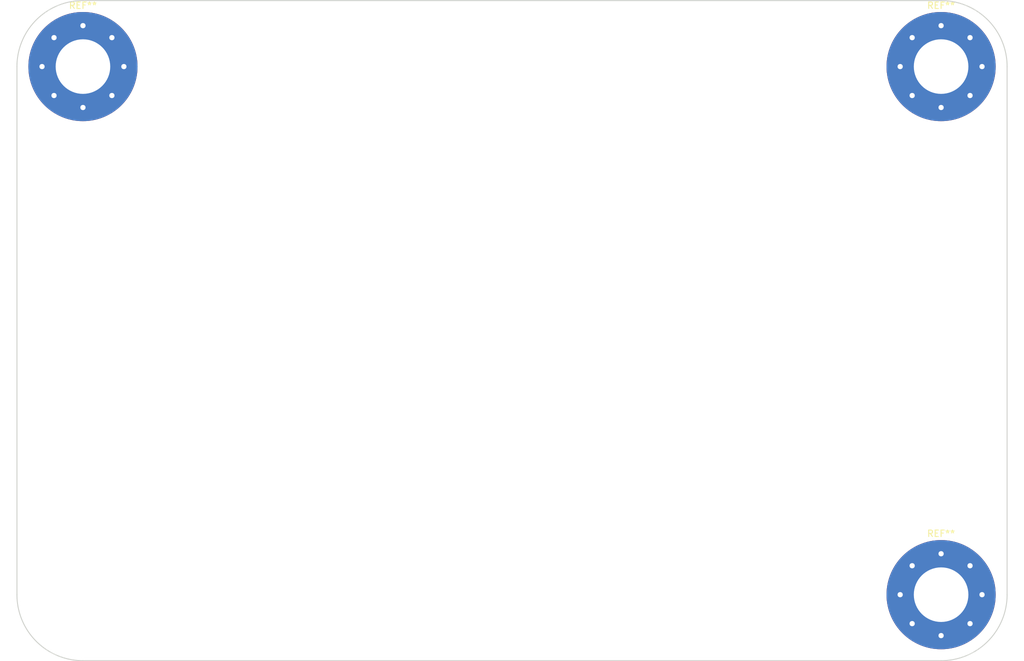
<source format=kicad_pcb>
(kicad_pcb (version 4) (host pcbnew 4.0.7)

  (general
    (links 0)
    (no_connects 0)
    (area 71.044999 53.264999 223.595001 155.015001)
    (thickness 1.6)
    (drawings 8)
    (tracks 0)
    (zones 0)
    (modules 3)
    (nets 1)
  )

  (page A4)
  (layers
    (0 F.Cu signal)
    (31 B.Cu signal)
    (32 B.Adhes user)
    (33 F.Adhes user)
    (34 B.Paste user)
    (35 F.Paste user)
    (36 B.SilkS user)
    (37 F.SilkS user)
    (38 B.Mask user)
    (39 F.Mask user)
    (40 Dwgs.User user)
    (41 Cmts.User user)
    (42 Eco1.User user)
    (43 Eco2.User user)
    (44 Edge.Cuts user)
    (45 Margin user)
    (46 B.CrtYd user)
    (47 F.CrtYd user)
    (48 B.Fab user)
    (49 F.Fab user)
  )

  (setup
    (last_trace_width 0.25)
    (trace_clearance 0.2)
    (zone_clearance 0.508)
    (zone_45_only no)
    (trace_min 0.2)
    (segment_width 0.2)
    (edge_width 0.15)
    (via_size 0.6)
    (via_drill 0.4)
    (via_min_size 0.4)
    (via_min_drill 0.3)
    (uvia_size 0.3)
    (uvia_drill 0.1)
    (uvias_allowed no)
    (uvia_min_size 0.2)
    (uvia_min_drill 0.1)
    (pcb_text_width 0.3)
    (pcb_text_size 1.5 1.5)
    (mod_edge_width 0.15)
    (mod_text_size 1 1)
    (mod_text_width 0.15)
    (pad_size 1.524 1.524)
    (pad_drill 0.762)
    (pad_to_mask_clearance 0.2)
    (aux_axis_origin 0 0)
    (visible_elements 7FFFFFFF)
    (pcbplotparams
      (layerselection 0x00030_80000001)
      (usegerberextensions false)
      (excludeedgelayer true)
      (linewidth 0.100000)
      (plotframeref false)
      (viasonmask false)
      (mode 1)
      (useauxorigin false)
      (hpglpennumber 1)
      (hpglpenspeed 20)
      (hpglpendiameter 15)
      (hpglpenoverlay 2)
      (psnegative false)
      (psa4output false)
      (plotreference true)
      (plotvalue true)
      (plotinvisibletext false)
      (padsonsilk false)
      (subtractmaskfromsilk false)
      (outputformat 1)
      (mirror false)
      (drillshape 1)
      (scaleselection 1)
      (outputdirectory ""))
  )

  (net 0 "")

  (net_class Default "Dies ist die voreingestellte Netzklasse."
    (clearance 0.2)
    (trace_width 0.25)
    (via_dia 0.6)
    (via_drill 0.4)
    (uvia_dia 0.3)
    (uvia_drill 0.1)
  )

  (module Mounting_Holes:MountingHole_8.4mm_M8_Pad_Via (layer F.Cu) (tedit 56DDC8DB) (tstamp 5ACF6DB5)
    (at 213.36 144.78)
    (descr "Mounting Hole 8.4mm, M8")
    (tags "mounting hole 8.4mm m8")
    (attr virtual)
    (fp_text reference REF** (at 0 -9.4) (layer F.SilkS)
      (effects (font (size 1 1) (thickness 0.15)))
    )
    (fp_text value MountingHole_8.4mm_M8_Pad_Via (at 0 9.4) (layer F.Fab)
      (effects (font (size 1 1) (thickness 0.15)))
    )
    (fp_text user %R (at 0.3 0) (layer F.Fab)
      (effects (font (size 1 1) (thickness 0.15)))
    )
    (fp_circle (center 0 0) (end 8.4 0) (layer Cmts.User) (width 0.15))
    (fp_circle (center 0 0) (end 8.65 0) (layer F.CrtYd) (width 0.05))
    (pad 1 thru_hole circle (at 0 0) (size 16.8 16.8) (drill 8.4) (layers *.Cu *.Mask))
    (pad 1 thru_hole circle (at 6.3 0) (size 1.1 1.1) (drill 0.8) (layers *.Cu *.Mask))
    (pad 1 thru_hole circle (at 4.454773 4.454773) (size 1.1 1.1) (drill 0.8) (layers *.Cu *.Mask))
    (pad 1 thru_hole circle (at 0 6.3) (size 1.1 1.1) (drill 0.8) (layers *.Cu *.Mask))
    (pad 1 thru_hole circle (at -4.454773 4.454773) (size 1.1 1.1) (drill 0.8) (layers *.Cu *.Mask))
    (pad 1 thru_hole circle (at -6.3 0) (size 1.1 1.1) (drill 0.8) (layers *.Cu *.Mask))
    (pad 1 thru_hole circle (at -4.454773 -4.454773) (size 1.1 1.1) (drill 0.8) (layers *.Cu *.Mask))
    (pad 1 thru_hole circle (at 0 -6.3) (size 1.1 1.1) (drill 0.8) (layers *.Cu *.Mask))
    (pad 1 thru_hole circle (at 4.454773 -4.454773) (size 1.1 1.1) (drill 0.8) (layers *.Cu *.Mask))
  )

  (module Mounting_Holes:MountingHole_8.4mm_M8_Pad_Via (layer F.Cu) (tedit 56DDC8DB) (tstamp 5ACF6A1E)
    (at 81.28 63.5)
    (descr "Mounting Hole 8.4mm, M8")
    (tags "mounting hole 8.4mm m8")
    (attr virtual)
    (fp_text reference REF** (at 0 -9.4) (layer F.SilkS)
      (effects (font (size 1 1) (thickness 0.15)))
    )
    (fp_text value MountingHole_8.4mm_M8_Pad_Via (at 0 9.4) (layer F.Fab)
      (effects (font (size 1 1) (thickness 0.15)))
    )
    (fp_text user %R (at 0.3 0) (layer F.Fab)
      (effects (font (size 1 1) (thickness 0.15)))
    )
    (fp_circle (center 0 0) (end 8.4 0) (layer Cmts.User) (width 0.15))
    (fp_circle (center 0 0) (end 8.65 0) (layer F.CrtYd) (width 0.05))
    (pad 1 thru_hole circle (at 0 0) (size 16.8 16.8) (drill 8.4) (layers *.Cu *.Mask))
    (pad 1 thru_hole circle (at 6.3 0) (size 1.1 1.1) (drill 0.8) (layers *.Cu *.Mask))
    (pad 1 thru_hole circle (at 4.454773 4.454773) (size 1.1 1.1) (drill 0.8) (layers *.Cu *.Mask))
    (pad 1 thru_hole circle (at 0 6.3) (size 1.1 1.1) (drill 0.8) (layers *.Cu *.Mask))
    (pad 1 thru_hole circle (at -4.454773 4.454773) (size 1.1 1.1) (drill 0.8) (layers *.Cu *.Mask))
    (pad 1 thru_hole circle (at -6.3 0) (size 1.1 1.1) (drill 0.8) (layers *.Cu *.Mask))
    (pad 1 thru_hole circle (at -4.454773 -4.454773) (size 1.1 1.1) (drill 0.8) (layers *.Cu *.Mask))
    (pad 1 thru_hole circle (at 0 -6.3) (size 1.1 1.1) (drill 0.8) (layers *.Cu *.Mask))
    (pad 1 thru_hole circle (at 4.454773 -4.454773) (size 1.1 1.1) (drill 0.8) (layers *.Cu *.Mask))
  )

  (module Mounting_Holes:MountingHole_8.4mm_M8_Pad_Via (layer F.Cu) (tedit 56DDC8DB) (tstamp 5ACF6DA5)
    (at 213.36 63.5)
    (descr "Mounting Hole 8.4mm, M8")
    (tags "mounting hole 8.4mm m8")
    (attr virtual)
    (fp_text reference REF** (at 0 -9.4) (layer F.SilkS)
      (effects (font (size 1 1) (thickness 0.15)))
    )
    (fp_text value MountingHole_8.4mm_M8_Pad_Via (at 0 9.4) (layer F.Fab)
      (effects (font (size 1 1) (thickness 0.15)))
    )
    (fp_text user %R (at 0.3 0) (layer F.Fab)
      (effects (font (size 1 1) (thickness 0.15)))
    )
    (fp_circle (center 0 0) (end 8.4 0) (layer Cmts.User) (width 0.15))
    (fp_circle (center 0 0) (end 8.65 0) (layer F.CrtYd) (width 0.05))
    (pad 1 thru_hole circle (at 0 0) (size 16.8 16.8) (drill 8.4) (layers *.Cu *.Mask))
    (pad 1 thru_hole circle (at 6.3 0) (size 1.1 1.1) (drill 0.8) (layers *.Cu *.Mask))
    (pad 1 thru_hole circle (at 4.454773 4.454773) (size 1.1 1.1) (drill 0.8) (layers *.Cu *.Mask))
    (pad 1 thru_hole circle (at 0 6.3) (size 1.1 1.1) (drill 0.8) (layers *.Cu *.Mask))
    (pad 1 thru_hole circle (at -4.454773 4.454773) (size 1.1 1.1) (drill 0.8) (layers *.Cu *.Mask))
    (pad 1 thru_hole circle (at -6.3 0) (size 1.1 1.1) (drill 0.8) (layers *.Cu *.Mask))
    (pad 1 thru_hole circle (at -4.454773 -4.454773) (size 1.1 1.1) (drill 0.8) (layers *.Cu *.Mask))
    (pad 1 thru_hole circle (at 0 -6.3) (size 1.1 1.1) (drill 0.8) (layers *.Cu *.Mask))
    (pad 1 thru_hole circle (at 4.454773 -4.454773) (size 1.1 1.1) (drill 0.8) (layers *.Cu *.Mask))
  )

  (gr_arc (start 213.36 63.5) (end 213.36 53.34) (angle 90) (layer Edge.Cuts) (width 0.15))
  (gr_arc (start 213.36 144.78) (end 223.52 144.78) (angle 90) (layer Edge.Cuts) (width 0.15))
  (gr_arc (start 81.28 144.78) (end 81.28 154.94) (angle 90) (layer Edge.Cuts) (width 0.15))
  (gr_arc (start 81.28 63.5) (end 71.12 63.5) (angle 90) (layer Edge.Cuts) (width 0.15))
  (gr_line (start 81.28 53.34) (end 213.36 53.34) (angle 90) (layer Edge.Cuts) (width 0.15))
  (gr_line (start 81.28 154.94) (end 213.36 154.94) (angle 90) (layer Edge.Cuts) (width 0.15))
  (gr_line (start 223.52 63.5) (end 223.52 144.78) (angle 90) (layer Edge.Cuts) (width 0.15) (tstamp 5ACF6096))
  (gr_line (start 71.12 63.5) (end 71.12 144.78) (angle 90) (layer Edge.Cuts) (width 0.15))

)

</source>
